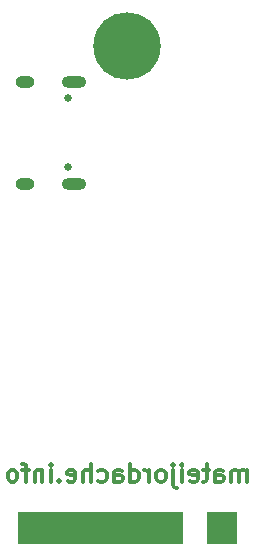
<source format=gbr>
%TF.GenerationSoftware,KiCad,Pcbnew,7.0.5-0*%
%TF.CreationDate,2023-07-31T19:13:05-04:00*%
%TF.ProjectId,mula,6d756c61-2e6b-4696-9361-645f70636258,rev?*%
%TF.SameCoordinates,Original*%
%TF.FileFunction,Soldermask,Bot*%
%TF.FilePolarity,Negative*%
%FSLAX46Y46*%
G04 Gerber Fmt 4.6, Leading zero omitted, Abs format (unit mm)*
G04 Created by KiCad (PCBNEW 7.0.5-0) date 2023-07-31 19:13:05*
%MOMM*%
%LPD*%
G01*
G04 APERTURE LIST*
G04 Aperture macros list*
%AMRoundRect*
0 Rectangle with rounded corners*
0 $1 Rounding radius*
0 $2 $3 $4 $5 $6 $7 $8 $9 X,Y pos of 4 corners*
0 Add a 4 corners polygon primitive as box body*
4,1,4,$2,$3,$4,$5,$6,$7,$8,$9,$2,$3,0*
0 Add four circle primitives for the rounded corners*
1,1,$1+$1,$2,$3*
1,1,$1+$1,$4,$5*
1,1,$1+$1,$6,$7*
1,1,$1+$1,$8,$9*
0 Add four rect primitives between the rounded corners*
20,1,$1+$1,$2,$3,$4,$5,0*
20,1,$1+$1,$4,$5,$6,$7,0*
20,1,$1+$1,$6,$7,$8,$9,0*
20,1,$1+$1,$8,$9,$2,$3,0*%
G04 Aperture macros list end*
%ADD10C,0.300000*%
%ADD11C,5.703200*%
%ADD12RoundRect,0.101600X-0.175000X-1.250000X0.175000X-1.250000X0.175000X1.250000X-0.175000X1.250000X0*%
%ADD13C,0.650000*%
%ADD14O,2.100000X1.000000*%
%ADD15O,1.600000X1.000000*%
G04 APERTURE END LIST*
D10*
X150095489Y-108750828D02*
X150095489Y-107750828D01*
X150095489Y-107893685D02*
X150024060Y-107822257D01*
X150024060Y-107822257D02*
X149881203Y-107750828D01*
X149881203Y-107750828D02*
X149666917Y-107750828D01*
X149666917Y-107750828D02*
X149524060Y-107822257D01*
X149524060Y-107822257D02*
X149452632Y-107965114D01*
X149452632Y-107965114D02*
X149452632Y-108750828D01*
X149452632Y-107965114D02*
X149381203Y-107822257D01*
X149381203Y-107822257D02*
X149238346Y-107750828D01*
X149238346Y-107750828D02*
X149024060Y-107750828D01*
X149024060Y-107750828D02*
X148881203Y-107822257D01*
X148881203Y-107822257D02*
X148809774Y-107965114D01*
X148809774Y-107965114D02*
X148809774Y-108750828D01*
X147452632Y-108750828D02*
X147452632Y-107965114D01*
X147452632Y-107965114D02*
X147524060Y-107822257D01*
X147524060Y-107822257D02*
X147666917Y-107750828D01*
X147666917Y-107750828D02*
X147952632Y-107750828D01*
X147952632Y-107750828D02*
X148095489Y-107822257D01*
X147452632Y-108679400D02*
X147595489Y-108750828D01*
X147595489Y-108750828D02*
X147952632Y-108750828D01*
X147952632Y-108750828D02*
X148095489Y-108679400D01*
X148095489Y-108679400D02*
X148166917Y-108536542D01*
X148166917Y-108536542D02*
X148166917Y-108393685D01*
X148166917Y-108393685D02*
X148095489Y-108250828D01*
X148095489Y-108250828D02*
X147952632Y-108179400D01*
X147952632Y-108179400D02*
X147595489Y-108179400D01*
X147595489Y-108179400D02*
X147452632Y-108107971D01*
X146952631Y-107750828D02*
X146381203Y-107750828D01*
X146738346Y-107250828D02*
X146738346Y-108536542D01*
X146738346Y-108536542D02*
X146666917Y-108679400D01*
X146666917Y-108679400D02*
X146524060Y-108750828D01*
X146524060Y-108750828D02*
X146381203Y-108750828D01*
X145309774Y-108679400D02*
X145452631Y-108750828D01*
X145452631Y-108750828D02*
X145738346Y-108750828D01*
X145738346Y-108750828D02*
X145881203Y-108679400D01*
X145881203Y-108679400D02*
X145952631Y-108536542D01*
X145952631Y-108536542D02*
X145952631Y-107965114D01*
X145952631Y-107965114D02*
X145881203Y-107822257D01*
X145881203Y-107822257D02*
X145738346Y-107750828D01*
X145738346Y-107750828D02*
X145452631Y-107750828D01*
X145452631Y-107750828D02*
X145309774Y-107822257D01*
X145309774Y-107822257D02*
X145238346Y-107965114D01*
X145238346Y-107965114D02*
X145238346Y-108107971D01*
X145238346Y-108107971D02*
X145952631Y-108250828D01*
X144595489Y-108750828D02*
X144595489Y-107750828D01*
X144595489Y-107250828D02*
X144666917Y-107322257D01*
X144666917Y-107322257D02*
X144595489Y-107393685D01*
X144595489Y-107393685D02*
X144524060Y-107322257D01*
X144524060Y-107322257D02*
X144595489Y-107250828D01*
X144595489Y-107250828D02*
X144595489Y-107393685D01*
X143881203Y-107750828D02*
X143881203Y-109036542D01*
X143881203Y-109036542D02*
X143952631Y-109179400D01*
X143952631Y-109179400D02*
X144095488Y-109250828D01*
X144095488Y-109250828D02*
X144166917Y-109250828D01*
X143881203Y-107250828D02*
X143952631Y-107322257D01*
X143952631Y-107322257D02*
X143881203Y-107393685D01*
X143881203Y-107393685D02*
X143809774Y-107322257D01*
X143809774Y-107322257D02*
X143881203Y-107250828D01*
X143881203Y-107250828D02*
X143881203Y-107393685D01*
X142952631Y-108750828D02*
X143095488Y-108679400D01*
X143095488Y-108679400D02*
X143166917Y-108607971D01*
X143166917Y-108607971D02*
X143238345Y-108465114D01*
X143238345Y-108465114D02*
X143238345Y-108036542D01*
X143238345Y-108036542D02*
X143166917Y-107893685D01*
X143166917Y-107893685D02*
X143095488Y-107822257D01*
X143095488Y-107822257D02*
X142952631Y-107750828D01*
X142952631Y-107750828D02*
X142738345Y-107750828D01*
X142738345Y-107750828D02*
X142595488Y-107822257D01*
X142595488Y-107822257D02*
X142524060Y-107893685D01*
X142524060Y-107893685D02*
X142452631Y-108036542D01*
X142452631Y-108036542D02*
X142452631Y-108465114D01*
X142452631Y-108465114D02*
X142524060Y-108607971D01*
X142524060Y-108607971D02*
X142595488Y-108679400D01*
X142595488Y-108679400D02*
X142738345Y-108750828D01*
X142738345Y-108750828D02*
X142952631Y-108750828D01*
X141809774Y-108750828D02*
X141809774Y-107750828D01*
X141809774Y-108036542D02*
X141738345Y-107893685D01*
X141738345Y-107893685D02*
X141666917Y-107822257D01*
X141666917Y-107822257D02*
X141524059Y-107750828D01*
X141524059Y-107750828D02*
X141381202Y-107750828D01*
X140238346Y-108750828D02*
X140238346Y-107250828D01*
X140238346Y-108679400D02*
X140381203Y-108750828D01*
X140381203Y-108750828D02*
X140666917Y-108750828D01*
X140666917Y-108750828D02*
X140809774Y-108679400D01*
X140809774Y-108679400D02*
X140881203Y-108607971D01*
X140881203Y-108607971D02*
X140952631Y-108465114D01*
X140952631Y-108465114D02*
X140952631Y-108036542D01*
X140952631Y-108036542D02*
X140881203Y-107893685D01*
X140881203Y-107893685D02*
X140809774Y-107822257D01*
X140809774Y-107822257D02*
X140666917Y-107750828D01*
X140666917Y-107750828D02*
X140381203Y-107750828D01*
X140381203Y-107750828D02*
X140238346Y-107822257D01*
X138881203Y-108750828D02*
X138881203Y-107965114D01*
X138881203Y-107965114D02*
X138952631Y-107822257D01*
X138952631Y-107822257D02*
X139095488Y-107750828D01*
X139095488Y-107750828D02*
X139381203Y-107750828D01*
X139381203Y-107750828D02*
X139524060Y-107822257D01*
X138881203Y-108679400D02*
X139024060Y-108750828D01*
X139024060Y-108750828D02*
X139381203Y-108750828D01*
X139381203Y-108750828D02*
X139524060Y-108679400D01*
X139524060Y-108679400D02*
X139595488Y-108536542D01*
X139595488Y-108536542D02*
X139595488Y-108393685D01*
X139595488Y-108393685D02*
X139524060Y-108250828D01*
X139524060Y-108250828D02*
X139381203Y-108179400D01*
X139381203Y-108179400D02*
X139024060Y-108179400D01*
X139024060Y-108179400D02*
X138881203Y-108107971D01*
X137524060Y-108679400D02*
X137666917Y-108750828D01*
X137666917Y-108750828D02*
X137952631Y-108750828D01*
X137952631Y-108750828D02*
X138095488Y-108679400D01*
X138095488Y-108679400D02*
X138166917Y-108607971D01*
X138166917Y-108607971D02*
X138238345Y-108465114D01*
X138238345Y-108465114D02*
X138238345Y-108036542D01*
X138238345Y-108036542D02*
X138166917Y-107893685D01*
X138166917Y-107893685D02*
X138095488Y-107822257D01*
X138095488Y-107822257D02*
X137952631Y-107750828D01*
X137952631Y-107750828D02*
X137666917Y-107750828D01*
X137666917Y-107750828D02*
X137524060Y-107822257D01*
X136881203Y-108750828D02*
X136881203Y-107250828D01*
X136238346Y-108750828D02*
X136238346Y-107965114D01*
X136238346Y-107965114D02*
X136309774Y-107822257D01*
X136309774Y-107822257D02*
X136452631Y-107750828D01*
X136452631Y-107750828D02*
X136666917Y-107750828D01*
X136666917Y-107750828D02*
X136809774Y-107822257D01*
X136809774Y-107822257D02*
X136881203Y-107893685D01*
X134952631Y-108679400D02*
X135095488Y-108750828D01*
X135095488Y-108750828D02*
X135381203Y-108750828D01*
X135381203Y-108750828D02*
X135524060Y-108679400D01*
X135524060Y-108679400D02*
X135595488Y-108536542D01*
X135595488Y-108536542D02*
X135595488Y-107965114D01*
X135595488Y-107965114D02*
X135524060Y-107822257D01*
X135524060Y-107822257D02*
X135381203Y-107750828D01*
X135381203Y-107750828D02*
X135095488Y-107750828D01*
X135095488Y-107750828D02*
X134952631Y-107822257D01*
X134952631Y-107822257D02*
X134881203Y-107965114D01*
X134881203Y-107965114D02*
X134881203Y-108107971D01*
X134881203Y-108107971D02*
X135595488Y-108250828D01*
X134238346Y-108607971D02*
X134166917Y-108679400D01*
X134166917Y-108679400D02*
X134238346Y-108750828D01*
X134238346Y-108750828D02*
X134309774Y-108679400D01*
X134309774Y-108679400D02*
X134238346Y-108607971D01*
X134238346Y-108607971D02*
X134238346Y-108750828D01*
X133524060Y-108750828D02*
X133524060Y-107750828D01*
X133524060Y-107250828D02*
X133595488Y-107322257D01*
X133595488Y-107322257D02*
X133524060Y-107393685D01*
X133524060Y-107393685D02*
X133452631Y-107322257D01*
X133452631Y-107322257D02*
X133524060Y-107250828D01*
X133524060Y-107250828D02*
X133524060Y-107393685D01*
X132809774Y-107750828D02*
X132809774Y-108750828D01*
X132809774Y-107893685D02*
X132738345Y-107822257D01*
X132738345Y-107822257D02*
X132595488Y-107750828D01*
X132595488Y-107750828D02*
X132381202Y-107750828D01*
X132381202Y-107750828D02*
X132238345Y-107822257D01*
X132238345Y-107822257D02*
X132166917Y-107965114D01*
X132166917Y-107965114D02*
X132166917Y-108750828D01*
X131666916Y-107750828D02*
X131095488Y-107750828D01*
X131452631Y-108750828D02*
X131452631Y-107465114D01*
X131452631Y-107465114D02*
X131381202Y-107322257D01*
X131381202Y-107322257D02*
X131238345Y-107250828D01*
X131238345Y-107250828D02*
X131095488Y-107250828D01*
X130381202Y-108750828D02*
X130524059Y-108679400D01*
X130524059Y-108679400D02*
X130595488Y-108607971D01*
X130595488Y-108607971D02*
X130666916Y-108465114D01*
X130666916Y-108465114D02*
X130666916Y-108036542D01*
X130666916Y-108036542D02*
X130595488Y-107893685D01*
X130595488Y-107893685D02*
X130524059Y-107822257D01*
X130524059Y-107822257D02*
X130381202Y-107750828D01*
X130381202Y-107750828D02*
X130166916Y-107750828D01*
X130166916Y-107750828D02*
X130024059Y-107822257D01*
X130024059Y-107822257D02*
X129952631Y-107893685D01*
X129952631Y-107893685D02*
X129881202Y-108036542D01*
X129881202Y-108036542D02*
X129881202Y-108465114D01*
X129881202Y-108465114D02*
X129952631Y-108607971D01*
X129952631Y-108607971D02*
X130024059Y-108679400D01*
X130024059Y-108679400D02*
X130166916Y-108750828D01*
X130166916Y-108750828D02*
X130381202Y-108750828D01*
D11*
%TO.C,J102*%
X139987500Y-71905000D03*
D12*
X148987500Y-112655000D03*
X148487500Y-112655000D03*
X147987500Y-112655000D03*
X147487500Y-112655000D03*
X146987500Y-112655000D03*
X144487500Y-112655000D03*
X143987500Y-112655000D03*
X143487500Y-112655000D03*
X142987500Y-112655000D03*
X142487500Y-112655000D03*
X141987500Y-112655000D03*
X141487500Y-112655000D03*
X140987500Y-112655000D03*
X140487500Y-112655000D03*
X139987500Y-112655000D03*
X139487500Y-112655000D03*
X138987500Y-112655000D03*
X138487500Y-112655000D03*
X137987500Y-112655000D03*
X137487500Y-112655000D03*
X136987500Y-112655000D03*
X136487500Y-112655000D03*
X135987500Y-112655000D03*
X135487500Y-112655000D03*
X134987500Y-112655000D03*
X134487500Y-112655000D03*
X133987500Y-112655000D03*
X133487500Y-112655000D03*
X132987500Y-112655000D03*
X132487500Y-112655000D03*
X131987500Y-112655000D03*
X131487500Y-112655000D03*
X130987500Y-112655000D03*
%TD*%
D13*
%TO.C,J101*%
X134950000Y-76310000D03*
X134950000Y-82090000D03*
D14*
X135480000Y-74880000D03*
D15*
X131300000Y-74880000D03*
D14*
X135480000Y-83520000D03*
D15*
X131300000Y-83520000D03*
%TD*%
M02*

</source>
